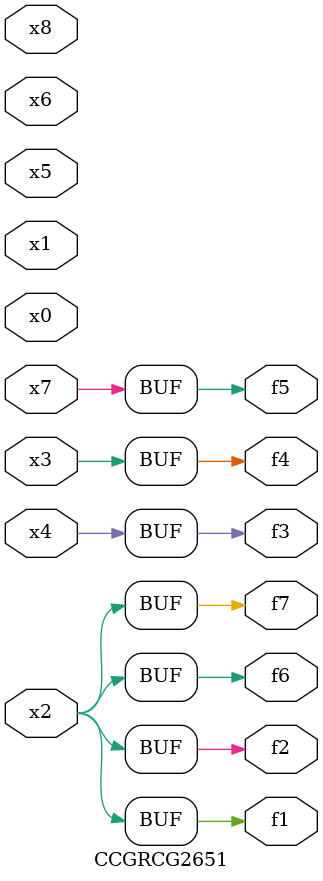
<source format=v>
module CCGRCG2651(
	input x0, x1, x2, x3, x4, x5, x6, x7, x8,
	output f1, f2, f3, f4, f5, f6, f7
);
	assign f1 = x2;
	assign f2 = x2;
	assign f3 = x4;
	assign f4 = x3;
	assign f5 = x7;
	assign f6 = x2;
	assign f7 = x2;
endmodule

</source>
